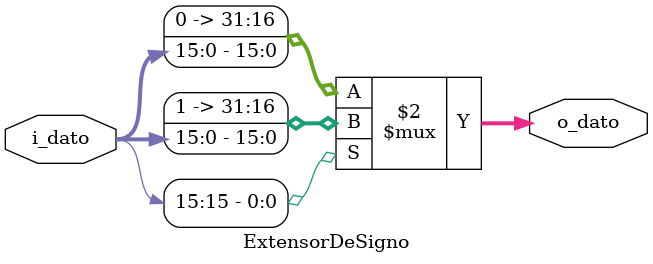
<source format=v>
`timescale 1ns / 1ps

module ExtensorDeSigno #(
    parameter BUS_WIDTH = 16
    )(
    input wire [BUS_WIDTH-1:0] i_dato,
    output wire [31:0] o_dato
    );
    
    assign o_dato = (i_dato[BUS_WIDTH-1] == 1) ? {{32-BUS_WIDTH{1'b1}}, i_dato} : {{32-BUS_WIDTH{1'b0}}, i_dato};
    
endmodule
</source>
